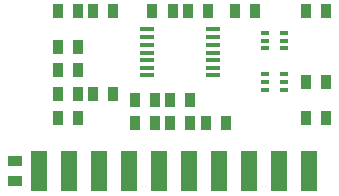
<source format=gbs>
%FSLAX46Y46*%
G04 Gerber Fmt 4.6, Leading zero omitted, Abs format (unit mm)*
G04 Created by KiCad (PCBNEW (2014-09-02 BZR 5112)-product) date 2015-01-28 2:30:08 PM*
%MOMM*%
G01*
G04 APERTURE LIST*
%ADD10C,0.150000*%
%ADD11R,1.300480X0.299720*%
%ADD12R,0.797560X0.398780*%
%ADD13R,0.812800X1.143000*%
%ADD14R,1.143000X0.812800*%
%ADD15R,1.350000X3.500000*%
G04 APERTURE END LIST*
D10*
D11*
X110706000Y-84430400D03*
X110706000Y-83795400D03*
X110706000Y-83135000D03*
X110706000Y-82500000D03*
X110706000Y-81839600D03*
X110706000Y-81191900D03*
X110706000Y-80544200D03*
X116294000Y-80544200D03*
X116294000Y-81191900D03*
X116294000Y-81839600D03*
X116294000Y-82500000D03*
X116294000Y-83147700D03*
X116294000Y-83795400D03*
X116294000Y-84443100D03*
D12*
X122297560Y-84352300D03*
X122297560Y-85000000D03*
X122297560Y-85647700D03*
X120702440Y-85647700D03*
X120702440Y-85000000D03*
X120702440Y-84352300D03*
X122297560Y-80852300D03*
X122297560Y-81500000D03*
X122297560Y-82147700D03*
X120702440Y-82147700D03*
X120702440Y-81500000D03*
X120702440Y-80852300D03*
D13*
X125850900Y-88000000D03*
X124149100Y-88000000D03*
X114350900Y-86500000D03*
X112649100Y-86500000D03*
X125850900Y-85000000D03*
X124149100Y-85000000D03*
X125850900Y-79000000D03*
X124149100Y-79000000D03*
X114350900Y-88500000D03*
X112649100Y-88500000D03*
X115649100Y-88500000D03*
X117350900Y-88500000D03*
X118149100Y-79000000D03*
X119850900Y-79000000D03*
X107850900Y-79000000D03*
X106149100Y-79000000D03*
X103149100Y-82000000D03*
X104850900Y-82000000D03*
X104850900Y-84000000D03*
X103149100Y-84000000D03*
X104850900Y-79000000D03*
X103149100Y-79000000D03*
X112850900Y-79000000D03*
X111149100Y-79000000D03*
X115850900Y-79000000D03*
X114149100Y-79000000D03*
D14*
X99500000Y-93350900D03*
X99500000Y-91649100D03*
D13*
X103149100Y-88000000D03*
X104850900Y-88000000D03*
X111350900Y-86500000D03*
X109649100Y-86500000D03*
X103149100Y-86000000D03*
X104850900Y-86000000D03*
X107850900Y-86000000D03*
X106149100Y-86000000D03*
X109649100Y-88500000D03*
X111350900Y-88500000D03*
D15*
X101570000Y-92500000D03*
X104110000Y-92500000D03*
X106650000Y-92500000D03*
X109190000Y-92500000D03*
X111730000Y-92500000D03*
X114270000Y-92500000D03*
X116810000Y-92500000D03*
X119350000Y-92500000D03*
X121890000Y-92500000D03*
X124430000Y-92500000D03*
M02*

</source>
